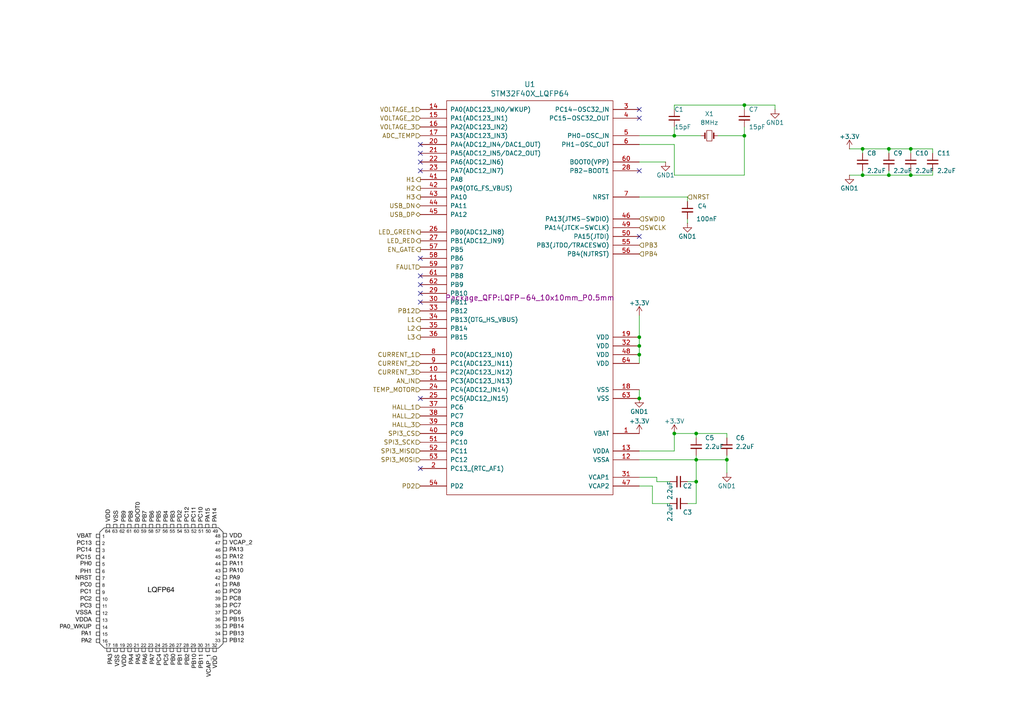
<source format=kicad_sch>
(kicad_sch (version 20231120) (generator "eeschema") (generator_version "8.0")
  (paper "A4")
  (title_block (title "bldc-controller-edp") (date "2024-08-20") (rev "1.0") (company "UTN"))
  (lib_symbols
    (symbol "Device:C_Small" (pin_numbers hide) (pin_names (offset 0.254) hide)
      (property "Reference" "C" (at 0.254 1.778 0))
      (property "Value" "C_Small" (at 0.254 -2.032 0))
      (symbol "C_Small_0_1"
        (polyline (pts (xy -1.524 -0.508) (xy 1.524 -0.508)) (stroke (width 0.3302)))
        (polyline (pts (xy -1.524 0.508) (xy 1.524 0.508)) (stroke (width 0.3048)))
      )
      (symbol "C_Small_1_1"
        (pin passive line (at 0 2.54 270) (length 2.032) (name "~") (number "1"))
        (pin passive line (at 0 -2.54 90) (length 2.032) (name "~") (number "2"))
      )
    )
    (symbol "Device:Crystal_Small" (pin_numbers hide) (pin_names (offset 1.016) hide)
      (property "Reference" "Y" (at 0 2.54 0))
      (property "Value" "Crystal_Small" (at 0 -2.54 0))
      (symbol "Crystal_Small_0_1"
        (rectangle (start -0.762 -1.524) (end 0.762 1.524))
        (polyline (pts (xy -1.27 -0.762) (xy -1.27 0.762)) (stroke (width 0.381)))
        (polyline (pts (xy 1.27 -0.762) (xy 1.27 0.762)) (stroke (width 0.381)))
      )
      (symbol "Crystal_Small_1_1"
        (pin passive line (at -2.54 0 0) (length 1.27) (name "1") (number "1"))
        (pin passive line (at 2.54 0 180) (length 1.27) (name "2") (number "2"))
      )
    )
    (symbol "ESCX-cache:bldc{colon}STM32F40X_LQFP64" (pin_names (offset 1.016))
      (property "Reference" "U" (at -1.27 58.42 0))
      (property "Value" "bldc:STM32F40X_LQFP64" (at 0 -59.69 0))
      (symbol "bldc{colon}STM32F40X_LQFP64_0_1"
        (rectangle (start -24.13 57.15) (end 24.13 -57.15))
      )
      (symbol "bldc{colon}STM32F40X_LQFP64_1_1"
        (pin power_in line (at 31.75 -39.37 180) (length 7.62) (name "VBAT") (number "1"))
        (pin bidirectional line (at -31.75 -21.59 0) (length 7.62) (name "PC2(ADC123_IN12)") (number "10"))
        (pin bidirectional line (at -31.75 -24.13 0) (length 7.62) (name "PC3(ADC123_IN13)") (number "11"))
        (pin power_in line (at 31.75 -46.99 180) (length 7.62) (name "VSSA") (number "12"))
        (pin power_in line (at 31.75 -44.45 180) (length 7.62) (name "VDDA") (number "13"))
        (pin bidirectional line (at -31.75 54.61 0) (length 7.62) (name "PA0(ADC123_IN0/WKUP)") (number "14"))
        (pin bidirectional line (at -31.75 52.07 0) (length 7.62) (name "PA1(ADC123_IN1)") (number "15"))
        (pin bidirectional line (at -31.75 49.53 0) (length 7.62) (name "PA2(ADC123_IN2)") (number "16"))
        (pin bidirectional line (at -31.75 46.99 0) (length 7.62) (name "PA3(ADC123_IN3)") (number "17"))
        (pin power_in line (at 31.75 -26.67 180) (length 7.62) (name "VSS") (number "18"))
        (pin power_in line (at 31.75 -11.43 180) (length 7.62) (name "VDD") (number "19"))
        (pin bidirectional line (at -31.75 -49.53 0) (length 7.62) (name "PC13_(RTC_AF1)") (number "2"))
        (pin bidirectional line (at -31.75 44.45 0) (length 7.62) (name "PA4(ADC12_IN4/DAC1_OUT)") (number "20"))
        (pin bidirectional line (at -31.75 41.91 0) (length 7.62) (name "PA5(ADC12_IN5/DAC2_OUT)") (number "21"))
        (pin bidirectional line (at -31.75 39.37 0) (length 7.62) (name "PA6(ADC12_IN6)") (number "22"))
        (pin bidirectional line (at -31.75 36.83 0) (length 7.62) (name "PA7(ADC12_IN7)") (number "23"))
        (pin bidirectional line (at -31.75 -26.67 0) (length 7.62) (name "PC4(ADC12_IN14)") (number "24"))
        (pin bidirectional line (at -31.75 -29.21 0) (length 7.62) (name "PC5(ADC12_IN15)") (number "25"))
        (pin bidirectional line (at -31.75 19.05 0) (length 7.62) (name "PB0(ADC12_IN8)") (number "26"))
        (pin bidirectional line (at -31.75 16.51 0) (length 7.62) (name "PB1(ADC12_IN9)") (number "27"))
        (pin bidirectional line (at 31.75 36.83 180) (length 7.62) (name "PB2-BOOT1") (number "28"))
        (pin bidirectional line (at -31.75 1.27 0) (length 7.62) (name "PB10") (number "29"))
        (pin bidirectional line (at 31.75 54.61 180) (length 7.62) (name "PC14-OSC32_IN") (number "3"))
        (pin bidirectional line (at -31.75 -1.27 0) (length 7.62) (name "PB11") (number "30"))
        (pin power_out line (at 31.75 -52.07 180) (length 7.62) (name "VCAP1") (number "31"))
        (pin power_in line (at 31.75 -13.97 180) (length 7.62) (name "VDD") (number "32"))
        (pin bidirectional line (at -31.75 -3.81 0) (length 7.62) (name "PB12") (number "33"))
        (pin bidirectional line (at -31.75 -6.35 0) (length 7.62) (name "PB13(OTG_HS_VBUS)") (number "34"))
        (pin bidirectional line (at -31.75 -8.89 0) (length 7.62) (name "PB14") (number "35"))
        (pin bidirectional line (at -31.75 -11.43 0) (length 7.62) (name "PB15") (number "36"))
        (pin bidirectional line (at -31.75 -31.75 0) (length 7.62) (name "PC6") (number "37"))
        (pin bidirectional line (at -31.75 -34.29 0) (length 7.62) (name "PC7") (number "38"))
        (pin bidirectional line (at -31.75 -36.83 0) (length 7.62) (name "PC8") (number "39"))
        (pin power_in line (at 31.75 52.07 180) (length 7.62) (name "PC15-OSC32_OUT") (number "4"))
        (pin bidirectional line (at -31.75 -39.37 0) (length 7.62) (name "PC9") (number "40"))
        (pin bidirectional line (at -31.75 34.29 0) (length 7.62) (name "PA8") (number "41"))
        (pin bidirectional line (at -31.75 31.75 0) (length 7.62) (name "PA9(OTG_FS_VBUS)") (number "42"))
        (pin bidirectional line (at -31.75 29.21 0) (length 7.62) (name "PA10") (number "43"))
        (pin bidirectional line (at -31.75 26.67 0) (length 7.62) (name "PA11") (number "44"))
        (pin bidirectional line (at -31.75 24.13 0) (length 7.62) (name "PA12") (number "45"))
        (pin bidirectional line (at 31.75 22.86 180) (length 7.62) (name "PA13(JTMS-SWDIO)") (number "46"))
        (pin power_out line (at 31.75 -54.61 180) (length 7.62) (name "VCAP2") (number "47"))
        (pin power_in line (at 31.75 -16.51 180) (length 7.62) (name "VDD") (number "48"))
        (pin bidirectional line (at 31.75 20.32 180) (length 7.62) (name "PA14(JTCK-SWCLK)") (number "49"))
        (pin bidirectional line (at 31.75 46.99 180) (length 7.62) (name "PH0-OSC_IN") (number "5"))
        (pin bidirectional line (at 31.75 17.78 180) (length 7.62) (name "PA15(JTDI)") (number "50"))
        (pin bidirectional line (at -31.75 -41.91 0) (length 7.62) (name "PC10") (number "51"))
        (pin bidirectional line (at -31.75 -44.45 0) (length 7.62) (name "PC11") (number "52"))
        (pin bidirectional line (at -31.75 -46.99 0) (length 7.62) (name "PC12") (number "53"))
        (pin bidirectional line (at -31.75 -54.61 0) (length 7.62) (name "PD2") (number "54"))
        (pin bidirectional line (at 31.75 15.24 180) (length 7.62) (name "PB3(JTDO/TRACESWO)") (number "55"))
        (pin bidirectional line (at 31.75 12.7 180) (length 7.62) (name "PB4(NJTRST)") (number "56"))
        (pin bidirectional line (at -31.75 13.97 0) (length 7.62) (name "PB5") (number "57"))
        (pin bidirectional line (at -31.75 11.43 0) (length 7.62) (name "PB6") (number "58"))
        (pin bidirectional line (at -31.75 8.89 0) (length 7.62) (name "PB7") (number "59"))
        (pin bidirectional line (at 31.75 44.45 180) (length 7.62) (name "PH1-OSC_OUT") (number "6"))
        (pin input line (at 31.75 39.37 180) (length 7.62) (name "BOOT0(VPP)") (number "60"))
        (pin bidirectional line (at -31.75 6.35 0) (length 7.62) (name "PB8") (number "61"))
        (pin bidirectional line (at -31.75 3.81 0) (length 7.62) (name "PB9") (number "62"))
        (pin power_in line (at 31.75 -29.21 180) (length 7.62) (name "VSS") (number "63"))
        (pin power_in line (at 31.75 -19.05 180) (length 7.62) (name "VDD") (number "64"))
        (pin bidirectional line (at 31.75 29.21 180) (length 7.62) (name "NRST") (number "7"))
        (pin bidirectional line (at -31.75 -16.51 0) (length 7.62) (name "PC0(ADC123_IN10)") (number "8"))
        (pin bidirectional line (at -31.75 -19.05 0) (length 7.62) (name "PC1(ADC123_IN11)") (number "9"))
      )
    )
    (symbol "power:+3.3V" (power) (pin_numbers hide) (pin_names (offset 0) hide)
      (property "Value" "+3.3V" (at 0 3.556 0))
      (symbol "+3.3V_0_1"
        (polyline (pts (xy -0.762 1.27) (xy 0 2.54)))
        (polyline (pts (xy 0 0) (xy 0 2.54)))
        (polyline (pts (xy 0 2.54) (xy 0.762 1.27)))
      )
      (symbol "+3.3V_1_1"
        (pin power_in line (at 0 0 90) (length 0) (name "~") (number "1"))
      )
    )
    (symbol "power:GND1" (power) (pin_numbers hide) (pin_names (offset 0) hide)
      (property "Value" "GND1" (at 0 -3.81 0))
      (symbol "GND1_0_1"
        (polyline (pts (xy 0 0) (xy 0 -1.27) (xy 1.27 -1.27) (xy 0 -2.54) (xy -1.27 -1.27) (xy 0 -1.27)))
      )
      (symbol "GND1_1_1"
        (pin power_in line (at 0 0 270) (length 0) (name "~") (number "1"))
      )
    )
  )
  (junction (at 185.42 115.57))
  (junction (at 250.19 43.18))
  (junction (at 257.81 50.8))
  (junction (at 210.82 133.35))
  (junction (at 257.81 43.18))
  (junction (at 195.58 125.73))
  (junction (at 215.9 30.48))
  (junction (at 201.93 133.35))
  (junction (at 201.93 125.73))
  (junction (at 185.42 100.33))
  (junction (at 185.42 102.87))
  (junction (at 185.42 97.79))
  (junction (at 250.19 50.8))
  (junction (at 264.16 43.18))
  (junction (at 195.58 39.37))
  (junction (at 201.93 139.7))
  (junction (at 264.16 50.8))
  (junction (at 215.9 39.37))
  (no_connect (at 121.92 80.01))
  (no_connect (at 121.92 82.55))
  (no_connect (at 121.92 115.57))
  (no_connect (at 121.92 41.91))
  (no_connect (at 185.42 49.53))
  (no_connect (at 121.92 85.09))
  (no_connect (at 121.92 44.45))
  (no_connect (at 121.92 49.53))
  (no_connect (at 185.42 68.58))
  (no_connect (at 121.92 87.63))
  (no_connect (at 185.42 31.75))
  (no_connect (at 121.92 135.89))
  (no_connect (at 121.92 46.99))
  (no_connect (at 185.42 34.29))
  (no_connect (at 121.92 74.93))
  (wire (pts (xy 185.42 57.15) (xy 199.39 57.15)))
  (wire (pts (xy 264.16 43.18) (xy 270.51 43.18)))
  (wire (pts (xy 250.19 50.8) (xy 257.81 50.8)))
  (wire (pts (xy 195.58 50.8) (xy 215.9 50.8)))
  (wire (pts (xy 201.93 132.08) (xy 201.93 133.35)))
  (wire (pts (xy 257.81 43.18) (xy 257.81 44.45)))
  (wire (pts (xy 189.23 146.05) (xy 194.31 146.05)))
  (wire (pts (xy 199.39 57.15) (xy 199.39 58.42)))
  (wire (pts (xy 264.16 49.53) (xy 264.16 50.8)))
  (wire (pts (xy 264.16 50.8) (xy 270.51 50.8)))
  (wire (pts (xy 185.42 113.03) (xy 185.42 115.57)))
  (wire (pts (xy 195.58 125.73) (xy 201.93 125.73)))
  (wire (pts (xy 185.42 138.43) (xy 190.5 138.43)))
  (wire (pts (xy 270.51 49.53) (xy 270.51 50.8)))
  (wire (pts (xy 215.9 30.48) (xy 224.79 30.48)))
  (wire (pts (xy 208.28 39.37) (xy 215.9 39.37)))
  (wire (pts (xy 201.93 133.35) (xy 210.82 133.35)))
  (wire (pts (xy 185.42 46.99) (xy 193.04 46.99)))
  (wire (pts (xy 215.9 30.48) (xy 215.9 31.75)))
  (wire (pts (xy 195.58 30.48) (xy 215.9 30.48)))
  (wire (pts (xy 195.58 130.81) (xy 195.58 125.73)))
  (wire (pts (xy 185.42 41.91) (xy 195.58 41.91)))
  (wire (pts (xy 257.81 43.18) (xy 264.16 43.18)))
  (wire (pts (xy 195.58 36.83) (xy 195.58 39.37)))
  (wire (pts (xy 250.19 49.53) (xy 250.19 50.8)))
  (wire (pts (xy 257.81 49.53) (xy 257.81 50.8)))
  (wire (pts (xy 250.19 43.18) (xy 250.19 44.45)))
  (wire (pts (xy 201.93 125.73) (xy 210.82 125.73)))
  (wire (pts (xy 195.58 41.91) (xy 195.58 50.8)))
  (wire (pts (xy 185.42 91.44) (xy 185.42 97.79)))
  (wire (pts (xy 210.82 125.73) (xy 210.82 127)))
  (wire (pts (xy 201.93 139.7) (xy 201.93 146.05)))
  (wire (pts (xy 210.82 132.08) (xy 210.82 133.35)))
  (wire (pts (xy 246.38 43.18) (xy 250.19 43.18)))
  (wire (pts (xy 185.42 140.97) (xy 189.23 140.97)))
  (wire (pts (xy 264.16 43.18) (xy 264.16 44.45)))
  (wire (pts (xy 250.19 43.18) (xy 257.81 43.18)))
  (wire (pts (xy 185.42 130.81) (xy 195.58 130.81)))
  (wire (pts (xy 185.42 133.35) (xy 201.93 133.35)))
  (wire (pts (xy 195.58 30.48) (xy 195.58 31.75)))
  (wire (pts (xy 215.9 36.83) (xy 215.9 39.37)))
  (wire (pts (xy 257.81 50.8) (xy 264.16 50.8)))
  (wire (pts (xy 189.23 140.97) (xy 189.23 146.05)))
  (wire (pts (xy 215.9 39.37) (xy 215.9 50.8)))
  (wire (pts (xy 199.39 146.05) (xy 201.93 146.05)))
  (wire (pts (xy 185.42 100.33) (xy 185.42 97.79)))
  (wire (pts (xy 224.79 30.48) (xy 224.79 31.75)))
  (wire (pts (xy 195.58 39.37) (xy 203.2 39.37)))
  (wire (pts (xy 185.42 102.87) (xy 185.42 100.33)))
  (wire (pts (xy 190.5 138.43) (xy 190.5 139.7)))
  (wire (pts (xy 199.39 63.5) (xy 199.39 64.77)))
  (wire (pts (xy 210.82 133.35) (xy 210.82 137.16)))
  (wire (pts (xy 246.38 50.8) (xy 250.19 50.8)))
  (wire (pts (xy 201.93 125.73) (xy 201.93 127)))
  (wire (pts (xy 185.42 105.41) (xy 185.42 102.87)))
  (wire (pts (xy 190.5 139.7) (xy 194.31 139.7)))
  (wire (pts (xy 270.51 43.18) (xy 270.51 44.45)))
  (wire (pts (xy 185.42 39.37) (xy 195.58 39.37)))
  (wire (pts (xy 201.93 133.35) (xy 201.93 139.7)))
  (wire (pts (xy 199.39 139.7) (xy 201.93 139.7)))
  (image (at 44.45 170.815) (scale 0.717675))
  (hierarchical_label "SPI3_MISO" (shape input) (at 121.92 130.81 180))
  (hierarchical_label "HALL_2" (shape input) (at 121.92 120.65 180))
  (hierarchical_label "CURRENT_1" (shape input) (at 121.92 102.87 180))
  (hierarchical_label "ADC_TEMP" (shape input) (at 121.92 39.37 180))
  (hierarchical_label "L2" (shape output) (at 121.92 95.25 180))
  (hierarchical_label "SPI3_MOSI" (shape input) (at 121.92 133.35 180))
  (hierarchical_label "AN_IN" (shape input) (at 121.92 110.49 180))
  (hierarchical_label "VOLTAGE_2" (shape input) (at 121.92 34.29 180))
  (hierarchical_label "PB4" (shape input) (at 185.42 73.66 0))
  (hierarchical_label "PB12" (shape input) (at 121.92 90.17 180))
  (hierarchical_label "SPI3_CS" (shape input) (at 121.92 125.73 180))
  (hierarchical_label "FAULT" (shape input) (at 121.92 77.47 180))
  (hierarchical_label "L3" (shape output) (at 121.92 97.79 180))
  (hierarchical_label "SWDIO" (shape input) (at 185.42 63.5 0))
  (hierarchical_label "VOLTAGE_1" (shape input) (at 121.92 31.75 180))
  (hierarchical_label "L1" (shape output) (at 121.92 92.71 180))
  (hierarchical_label "PD2" (shape input) (at 121.92 140.97 180))
  (hierarchical_label "SWCLK" (shape input) (at 185.42 66.04 0))
  (hierarchical_label "LED_RED" (shape output) (at 121.92 69.85 180))
  (hierarchical_label "TEMP_MOTOR" (shape input) (at 121.92 113.03 180))
  (hierarchical_label "USB_DP" (shape bidirectional) (at 121.92 62.23 180))
  (hierarchical_label "VOLTAGE_3" (shape input) (at 121.92 36.83 180))
  (hierarchical_label "H1" (shape output) (at 121.92 52.07 180))
  (hierarchical_label "LED_GREEN" (shape output) (at 121.92 67.31 180))
  (hierarchical_label "EN_GATE" (shape output) (at 121.92 72.39 180))
  (hierarchical_label "SPI3_SCK" (shape input) (at 121.92 128.27 180))
  (hierarchical_label "PB3" (shape input) (at 185.42 71.12 0))
  (hierarchical_label "HALL_3" (shape input) (at 121.92 123.19 180))
  (hierarchical_label "USB_DN" (shape bidirectional) (at 121.92 59.69 180))
  (hierarchical_label "H3" (shape output) (at 121.92 57.15 180))
  (hierarchical_label "CURRENT_2" (shape input) (at 121.92 105.41 180))
  (hierarchical_label "NRST" (shape input) (at 199.39 57.15 0))
  (hierarchical_label "CURRENT_3" (shape input) (at 121.92 107.95 180))
  (hierarchical_label "HALL_1" (shape input) (at 121.92 118.11 180))
  (hierarchical_label "H2" (shape output) (at 121.92 54.61 180))
  (symbol (lib_id "Device:C_Small") (at 195.58 34.29 0) (unit 1)
    (property "Reference" "C1" (at 195.58 31.75 0) (effects (justify left)))
    (property "Value" "15pF" (at 195.58 36.83 0) (effects (justify left)))
    (property "Footprint" "Capacitor_SMD:C_0603_1608Metric" (effects (hide yes)))
    (property "Description" "CAP 15p, 100V, 0603" (effects (hide yes)))
    (property "LCSC" "C1644" (effects (hide yes)))
  )
  (symbol (lib_id "Device:C_Small") (at 215.9 34.29 0) (unit 1)
    (property "Reference" "C7" (at 217.17 31.75 0) (effects (justify left)))
    (property "Value" "15pF" (at 217.17 36.83 0) (effects (justify left)))
    (property "Footprint" "Capacitor_SMD:C_0603_1608Metric" (effects (hide yes)))
    (property "Description" "CAP 15p, 100V, 0603" (effects (hide yes)))
    (property "LCSC" "C1644" (effects (hide yes)))
  )
  (symbol (lib_id "power:GND1") (at 224.79 31.75 0) (unit 1)
    (property "Reference" "#PWR013" (effects (hide yes)))
    (property "Value" "GND1" (at 224.79 35.56 0))
    (property "Description" "Power symbol creates a global label with name \"GND1\" , ground" (effects (hide yes)))
  )
  (symbol (lib_id "power:GND1") (at 193.04 46.99 0) (unit 1)
    (property "Reference" "#PWR09" (effects (hide yes)))
    (property "Value" "GND1" (at 193.04 50.8 0))
    (property "Description" "Power symbol creates a global label with name \"GND1\" , ground" (effects (hide yes)))
  )
  (symbol (lib_id "Device:C_Small") (at 199.39 60.96 0) (unit 1)
    (property "Reference" "C4" (at 202.311 59.7916 0) (effects (justify left)))
    (property "Value" "100nF" (at 201.93 63.5 0) (effects (justify left)))
    (property "Footprint" "Capacitor_SMD:C_0603_1608Metric" (effects (hide yes)))
    (property "Description" "CAP 100n, 50V, 0603" (effects (hide yes)))
    (property "LCSC" "C14663" (effects (hide yes)))
  )
  (symbol (lib_id "power:GND1") (at 199.39 64.77 0) (unit 1)
    (property "Reference" "#PWR011" (effects (hide yes)))
    (property "Value" "GND1" (at 199.39 68.58 0))
    (property "Description" "Power symbol creates a global label with name \"GND1\" , ground" (effects (hide yes)))
  )
  (symbol (lib_id "power:+3.3V") (at 185.42 91.44 0) (unit 1)
    (property "Reference" "#PWR06" (effects (hide yes)))
    (property "Value" "+3.3V" (at 185.42 87.884 0))
    (property "Description" "Power symbol creates a global label with name \"+3.3V\"" (effects (hide yes)))
  )
  (symbol (lib_id "power:GND1") (at 185.42 115.57 0) (unit 1)
    (property "Reference" "#PWR07" (effects (hide yes)))
    (property "Value" "GND1" (at 185.42 119.38 0))
    (property "Description" "Power symbol creates a global label with name \"GND1\" , ground" (effects (hide yes)))
  )
  (symbol (lib_id "power:+3.3V") (at 185.42 125.73 0) (unit 1)
    (property "Reference" "#PWR08" (effects (hide yes)))
    (property "Value" "+3.3V" (at 185.42 122.174 0))
    (property "Description" "Power symbol creates a global label with name \"+3.3V\"" (effects (hide yes)))
  )
  (symbol (lib_id "power:+3.3V") (at 195.58 125.73 0) (unit 1)
    (property "Reference" "#PWR010" (effects (hide yes)))
    (property "Value" "+3.3V" (at 195.58 122.174 0))
    (property "Description" "Power symbol creates a global label with name \"+3.3V\"" (effects (hide yes)))
  )
  (symbol (lib_id "Device:C_Small") (at 201.93 129.54 0) (unit 1)
    (property "Reference" "C5" (at 204.47 127 0) (effects (justify left)))
    (property "Value" "2.2uF" (at 204.47 129.54 0) (effects (justify left)))
    (property "Footprint" "Capacitor_SMD:C_0603_1608Metric" (effects (hide yes)))
    (property "Description" "CAP 2.2u, 16V, 0603" (effects (hide yes)))
    (property "LCSC" "C23630" (effects (hide yes)))
  )
  (symbol (lib_id "Device:C_Small") (at 210.82 129.54 0) (unit 1)
    (property "Reference" "C6" (at 213.36 127 0) (effects (justify left)))
    (property "Value" "2.2uF" (at 213.36 129.54 0) (effects (justify left)))
    (property "Footprint" "Capacitor_SMD:C_0603_1608Metric" (effects (hide yes)))
    (property "Description" "CAP 2.2u, 16V, 0603" (effects (hide yes)))
    (property "LCSC" "C23630" (effects (hide yes)))
  )
  (symbol (lib_id "power:GND1") (at 210.82 137.16 0) (unit 1)
    (property "Reference" "#PWR012" (effects (hide yes)))
    (property "Value" "GND1" (at 210.82 140.97 0))
    (property "Description" "Power symbol creates a global label with name \"GND1\" , ground" (effects (hide yes)))
  )
  (symbol (lib_id "Device:C_Small") (at 196.85 139.7 270) (unit 1)
    (property "Reference" "C2" (at 199.39 140.97 90))
    (property "Value" "2.2uF" (at 194.31 142.24 0))
    (property "Footprint" "Capacitor_SMD:C_0603_1608Metric" (effects (hide yes)))
    (property "Description" "CAP 2.2u, 16V, 0603" (effects (hide yes)))
    (property "LCSC" "C23630" (effects (hide yes)))
  )
  (symbol (lib_id "Device:C_Small") (at 196.85 146.05 270) (unit 1)
    (property "Reference" "C3" (at 199.39 148.59 90))
    (property "Value" "2.2uF" (at 194.31 148.59 0))
    (property "Footprint" "Capacitor_SMD:C_0603_1608Metric" (effects (hide yes)))
    (property "Description" "CAP 2.2u, 16V, 0603" (effects (hide yes)))
    (property "LCSC" "C23630" (effects (hide yes)))
  )
  (symbol (lib_id "ESCX-cache:bldc{colon}STM32F40X_LQFP64") (at 153.67 86.36 0) (unit 1)
    (property "Reference" "U1" (at 153.67 24.4602 0) (effects (font (size 1.524 1.524))))
    (property "Value" "STM32F40X_LQFP64" (at 153.67 27.1526 0) (effects (font (size 1.524 1.524))))
    (property "Footprint" "Package_QFP:LQFP-64_10x10mm_P0.5mm" (at 153.67 86.36 0) (effects (font (size 1.524 1.524))))
    (property "LCSC" "C1339473" (effects (hide yes)))
  )
  (symbol (lib_id "Device:C_Small") (at 250.19 46.99 0) (unit 1)
    (property "Reference" "C8" (at 251.46 44.45 0) (effects (justify left)))
    (property "Value" "2.2uF" (at 251.46 49.53 0) (effects (justify left)))
    (property "Footprint" "Capacitor_SMD:C_0603_1608Metric" (effects (hide yes)))
    (property "Description" "CAP 2.2u, 16V, 0603" (effects (hide yes)))
    (property "LCSC" "C23630" (effects (hide yes)))
  )
  (symbol (lib_id "Device:C_Small") (at 257.81 46.99 0) (unit 1)
    (property "Reference" "C9" (at 259.08 44.45 0) (effects (justify left)))
    (property "Value" "2.2uF" (at 259.08 49.53 0) (effects (justify left)))
    (property "Footprint" "Capacitor_SMD:C_0603_1608Metric" (effects (hide yes)))
    (property "Description" "CAP 2.2u, 16V, 0603" (effects (hide yes)))
    (property "LCSC" "C23630" (effects (hide yes)))
  )
  (symbol (lib_id "Device:C_Small") (at 264.16 46.99 0) (unit 1)
    (property "Reference" "C10" (at 265.43 44.45 0) (effects (justify left)))
    (property "Value" "2.2uF" (at 265.43 49.53 0) (effects (justify left)))
    (property "Footprint" "Capacitor_SMD:C_0603_1608Metric" (effects (hide yes)))
    (property "Description" "CAP 2.2u, 16V, 0603" (effects (hide yes)))
    (property "LCSC" "C23630" (effects (hide yes)))
  )
  (symbol (lib_id "Device:C_Small") (at 270.51 46.99 0) (unit 1)
    (property "Reference" "C11" (at 271.78 44.45 0) (effects (justify left)))
    (property "Value" "2.2uF" (at 271.78 49.53 0) (effects (justify left)))
    (property "Footprint" "Capacitor_SMD:C_0603_1608Metric" (effects (hide yes)))
    (property "Description" "CAP 2.2u, 16V, 0603" (effects (hide yes)))
    (property "LCSC" "C23630" (effects (hide yes)))
  )
  (symbol (lib_id "power:+3.3V") (at 246.38 43.18 0) (unit 1)
    (property "Reference" "#PWR014" (effects (hide yes)))
    (property "Value" "+3.3V" (at 246.38 39.624 0))
    (property "Description" "Power symbol creates a global label with name \"+3.3V\"" (effects (hide yes)))
  )
  (symbol (lib_id "power:GND1") (at 246.38 50.8 0) (unit 1)
    (property "Reference" "#PWR015" (effects (hide yes)))
    (property "Value" "GND1" (at 246.38 54.61 0))
    (property "Description" "Power symbol creates a global label with name \"GND1\" , ground" (effects (hide yes)))
  )
  (symbol (lib_id "Device:Crystal_Small") (at 205.74 39.37 180) (unit 1)
    (property "Reference" "X1" (at 205.74 33.02 0))
    (property "Value" "8MHz" (at 205.74 35.56 0))
    (property "Footprint" "Crystal:Crystal_SMD_HC49-SD" (effects (hide yes)))
    (property "Description" "8 MHz ±30ppm Crystal 18pF 80 Ohms HC-49/US" (effects (hide yes)))
    (property "LCSC" "C12674" (effects (hide yes)))
  )
)
</source>
